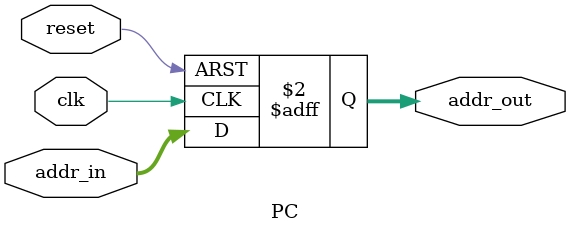
<source format=v>
module PC(
    input clk,
    input reset,
    input [31:0] addr_in,
    output reg [31:0] addr_out
);

always @(posedge clk or posedge reset) begin
    if (reset) begin
        addr_out <= 32'h00400000; // »òÕßÆäËû³õÊ¼µØÖ·
    end else begin
        addr_out <= addr_in;
    end
end

endmodule
</source>
